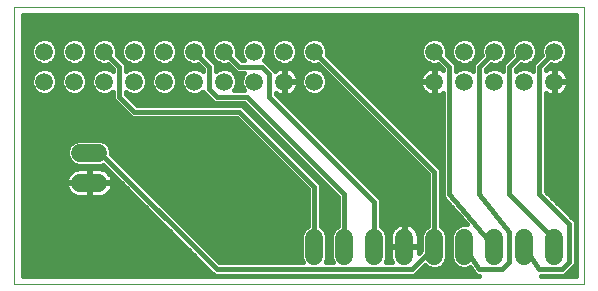
<source format=gbl>
G75*
%MOIN*%
%OFA0B0*%
%FSLAX25Y25*%
%IPPOS*%
%LPD*%
%AMOC8*
5,1,8,0,0,1.08239X$1,22.5*
%
%ADD10C,0.00000*%
%ADD11C,0.05906*%
%ADD12C,0.06000*%
%ADD13C,0.01600*%
D10*
X0010770Y0002000D02*
X0010770Y0094500D01*
X0200770Y0094500D01*
X0200770Y0002000D01*
X0010770Y0002000D01*
D11*
X0020770Y0069500D03*
X0030770Y0069500D03*
X0040770Y0069500D03*
X0050770Y0069500D03*
X0060770Y0069500D03*
X0070770Y0069500D03*
X0080770Y0069500D03*
X0090770Y0069500D03*
X0100770Y0069500D03*
X0110770Y0069500D03*
X0110770Y0079500D03*
X0100770Y0079500D03*
X0090770Y0079500D03*
X0080770Y0079500D03*
X0070770Y0079500D03*
X0060770Y0079500D03*
X0050770Y0079500D03*
X0040770Y0079500D03*
X0030770Y0079500D03*
X0020770Y0079500D03*
X0150770Y0079500D03*
X0160770Y0079500D03*
X0170770Y0079500D03*
X0180770Y0079500D03*
X0190770Y0079500D03*
X0190770Y0069500D03*
X0180770Y0069500D03*
X0170770Y0069500D03*
X0160770Y0069500D03*
X0150770Y0069500D03*
D12*
X0038770Y0045750D02*
X0032770Y0045750D01*
X0032770Y0035750D02*
X0038770Y0035750D01*
X0110770Y0017500D02*
X0110770Y0011500D01*
X0120770Y0011500D02*
X0120770Y0017500D01*
X0130770Y0017500D02*
X0130770Y0011500D01*
X0140770Y0011500D02*
X0140770Y0017500D01*
X0150770Y0017500D02*
X0150770Y0011500D01*
X0160770Y0011500D02*
X0160770Y0017500D01*
X0170770Y0017500D02*
X0170770Y0011500D01*
X0180770Y0011500D02*
X0180770Y0017500D01*
X0190770Y0017500D02*
X0190770Y0011500D01*
D13*
X0190770Y0014500D02*
X0190770Y0017000D01*
X0175770Y0032000D01*
X0175770Y0074500D01*
X0180770Y0079500D01*
X0176527Y0078369D02*
X0174859Y0076700D01*
X0173570Y0075411D01*
X0173570Y0072856D01*
X0173236Y0073190D01*
X0171636Y0073853D01*
X0169904Y0073853D01*
X0168304Y0073190D01*
X0167970Y0072856D01*
X0167970Y0073589D01*
X0169639Y0075257D01*
X0169904Y0075147D01*
X0171636Y0075147D01*
X0173236Y0075810D01*
X0174460Y0077034D01*
X0175123Y0078634D01*
X0175123Y0080366D01*
X0174460Y0081966D01*
X0173236Y0083190D01*
X0171636Y0083853D01*
X0169904Y0083853D01*
X0168304Y0083190D01*
X0167080Y0081966D01*
X0166417Y0080366D01*
X0166417Y0078634D01*
X0166527Y0078369D01*
X0164859Y0076700D01*
X0163570Y0075411D01*
X0163570Y0072856D01*
X0163236Y0073190D01*
X0161636Y0073853D01*
X0159904Y0073853D01*
X0158304Y0073190D01*
X0157970Y0072856D01*
X0157970Y0075411D01*
X0156681Y0076700D01*
X0155013Y0078369D01*
X0155123Y0078634D01*
X0155123Y0080366D01*
X0154460Y0081966D01*
X0153236Y0083190D01*
X0151636Y0083853D01*
X0149904Y0083853D01*
X0148304Y0083190D01*
X0147080Y0081966D01*
X0146417Y0080366D01*
X0146417Y0078634D01*
X0147080Y0077034D01*
X0148304Y0075810D01*
X0149904Y0075147D01*
X0151636Y0075147D01*
X0151902Y0075257D01*
X0153570Y0073589D01*
X0153570Y0073340D01*
X0153261Y0073565D01*
X0152595Y0073905D01*
X0151883Y0074136D01*
X0151144Y0074253D01*
X0150954Y0074253D01*
X0150954Y0069684D01*
X0150586Y0069684D01*
X0150586Y0069316D01*
X0146017Y0069316D01*
X0146017Y0069126D01*
X0146134Y0068387D01*
X0146366Y0067676D01*
X0146705Y0067009D01*
X0147145Y0066404D01*
X0147674Y0065875D01*
X0148279Y0065435D01*
X0148946Y0065095D01*
X0149657Y0064864D01*
X0150396Y0064747D01*
X0150586Y0064747D01*
X0150586Y0069316D01*
X0150954Y0069316D01*
X0150954Y0064747D01*
X0151144Y0064747D01*
X0151883Y0064864D01*
X0152595Y0065095D01*
X0153261Y0065435D01*
X0153570Y0065660D01*
X0153570Y0032085D01*
X0153507Y0031260D01*
X0153570Y0031186D01*
X0153570Y0031089D01*
X0154155Y0030504D01*
X0161530Y0021900D01*
X0159895Y0021900D01*
X0158278Y0021230D01*
X0157040Y0019992D01*
X0156370Y0018375D01*
X0156370Y0010625D01*
X0157040Y0009008D01*
X0158278Y0007770D01*
X0159895Y0007100D01*
X0161645Y0007100D01*
X0162753Y0007559D01*
X0163570Y0006334D01*
X0163570Y0006089D01*
X0164060Y0005598D01*
X0164445Y0005021D01*
X0164685Y0004973D01*
X0164859Y0004800D01*
X0165552Y0004800D01*
X0165552Y0004800D01*
X0013570Y0004800D01*
X0013570Y0091700D01*
X0197970Y0091700D01*
X0197970Y0004800D01*
X0186436Y0004800D01*
X0186436Y0004800D01*
X0194181Y0004800D01*
X0195470Y0006089D01*
X0197970Y0008589D01*
X0197970Y0022911D01*
X0196681Y0024200D01*
X0187970Y0032911D01*
X0187970Y0065660D01*
X0188279Y0065435D01*
X0188946Y0065095D01*
X0189657Y0064864D01*
X0190396Y0064747D01*
X0190586Y0064747D01*
X0190586Y0069316D01*
X0190954Y0069316D01*
X0190954Y0064747D01*
X0191144Y0064747D01*
X0191883Y0064864D01*
X0192595Y0065095D01*
X0193261Y0065435D01*
X0193866Y0065875D01*
X0194395Y0066404D01*
X0194835Y0067009D01*
X0195175Y0067676D01*
X0195406Y0068387D01*
X0195523Y0069126D01*
X0195523Y0069316D01*
X0190954Y0069316D01*
X0190954Y0069684D01*
X0190586Y0069684D01*
X0190586Y0074253D01*
X0190396Y0074253D01*
X0189657Y0074136D01*
X0188946Y0073905D01*
X0188279Y0073565D01*
X0187970Y0073340D01*
X0187970Y0073589D01*
X0189639Y0075257D01*
X0189904Y0075147D01*
X0191636Y0075147D01*
X0193236Y0075810D01*
X0194460Y0077034D01*
X0195123Y0078634D01*
X0195123Y0080366D01*
X0194460Y0081966D01*
X0193236Y0083190D01*
X0191636Y0083853D01*
X0189904Y0083853D01*
X0188304Y0083190D01*
X0187080Y0081966D01*
X0186417Y0080366D01*
X0186417Y0078634D01*
X0186527Y0078369D01*
X0184859Y0076700D01*
X0183570Y0075411D01*
X0183570Y0072856D01*
X0183236Y0073190D01*
X0181636Y0073853D01*
X0179904Y0073853D01*
X0178304Y0073190D01*
X0177970Y0072856D01*
X0177970Y0073589D01*
X0179639Y0075257D01*
X0179904Y0075147D01*
X0181636Y0075147D01*
X0183236Y0075810D01*
X0184460Y0077034D01*
X0185123Y0078634D01*
X0185123Y0080366D01*
X0184460Y0081966D01*
X0183236Y0083190D01*
X0181636Y0083853D01*
X0179904Y0083853D01*
X0178304Y0083190D01*
X0177080Y0081966D01*
X0176417Y0080366D01*
X0176417Y0078634D01*
X0176527Y0078369D01*
X0176417Y0078729D02*
X0175123Y0078729D01*
X0175123Y0080327D02*
X0176417Y0080327D01*
X0177063Y0081926D02*
X0174477Y0081926D01*
X0172429Y0083524D02*
X0179111Y0083524D01*
X0182429Y0083524D02*
X0189111Y0083524D01*
X0192429Y0083524D02*
X0197970Y0083524D01*
X0197970Y0081926D02*
X0194477Y0081926D01*
X0195123Y0080327D02*
X0197970Y0080327D01*
X0197970Y0078729D02*
X0195123Y0078729D01*
X0194500Y0077130D02*
X0197970Y0077130D01*
X0197970Y0075532D02*
X0192564Y0075532D01*
X0191883Y0074136D02*
X0191144Y0074253D01*
X0190954Y0074253D01*
X0190954Y0069684D01*
X0195523Y0069684D01*
X0195523Y0069874D01*
X0195406Y0070613D01*
X0195175Y0071324D01*
X0194835Y0071991D01*
X0194395Y0072596D01*
X0193866Y0073125D01*
X0193261Y0073565D01*
X0192595Y0073905D01*
X0191883Y0074136D01*
X0192507Y0073933D02*
X0197970Y0073933D01*
X0197970Y0072334D02*
X0194585Y0072334D01*
X0195366Y0070736D02*
X0197970Y0070736D01*
X0197970Y0069137D02*
X0195523Y0069137D01*
X0195105Y0067539D02*
X0197970Y0067539D01*
X0197970Y0065940D02*
X0193932Y0065940D01*
X0190954Y0065940D02*
X0190586Y0065940D01*
X0190586Y0067539D02*
X0190954Y0067539D01*
X0190954Y0069137D02*
X0190586Y0069137D01*
X0190586Y0070736D02*
X0190954Y0070736D01*
X0190954Y0072334D02*
X0190586Y0072334D01*
X0190586Y0073933D02*
X0190954Y0073933D01*
X0189033Y0073933D02*
X0188314Y0073933D01*
X0185770Y0074500D02*
X0185770Y0032000D01*
X0195770Y0022000D01*
X0195770Y0009500D01*
X0193270Y0007000D01*
X0185770Y0007000D01*
X0180770Y0014500D01*
X0175770Y0019500D02*
X0175770Y0009500D01*
X0173270Y0007000D01*
X0165770Y0007000D01*
X0160770Y0014500D01*
X0156370Y0014788D02*
X0155170Y0014788D01*
X0155170Y0013190D02*
X0156370Y0013190D01*
X0156370Y0011591D02*
X0155170Y0011591D01*
X0155170Y0010625D02*
X0155170Y0018375D01*
X0154500Y0019992D01*
X0153262Y0021230D01*
X0152970Y0021351D01*
X0152970Y0040411D01*
X0115013Y0078369D01*
X0115123Y0078634D01*
X0115123Y0080366D01*
X0114460Y0081966D01*
X0113236Y0083190D01*
X0111636Y0083853D01*
X0109904Y0083853D01*
X0108304Y0083190D01*
X0107080Y0081966D01*
X0106417Y0080366D01*
X0106417Y0078634D01*
X0107080Y0077034D01*
X0108304Y0075810D01*
X0109904Y0075147D01*
X0111636Y0075147D01*
X0111902Y0075257D01*
X0148570Y0038589D01*
X0148570Y0021351D01*
X0148278Y0021230D01*
X0147040Y0019992D01*
X0146370Y0018375D01*
X0146370Y0013211D01*
X0145570Y0012411D01*
X0145570Y0014300D01*
X0140970Y0014300D01*
X0140970Y0014700D01*
X0140570Y0014700D01*
X0140570Y0014300D01*
X0135970Y0014300D01*
X0135970Y0011122D01*
X0136088Y0010376D01*
X0136322Y0009657D01*
X0136555Y0009200D01*
X0134580Y0009200D01*
X0135170Y0010625D01*
X0135170Y0018375D01*
X0134500Y0019992D01*
X0133262Y0021230D01*
X0132970Y0021351D01*
X0132970Y0030411D01*
X0097970Y0065411D01*
X0097970Y0065660D01*
X0098279Y0065435D01*
X0098946Y0065095D01*
X0099657Y0064864D01*
X0100396Y0064747D01*
X0100586Y0064747D01*
X0100586Y0069316D01*
X0100954Y0069316D01*
X0100954Y0064747D01*
X0101144Y0064747D01*
X0101883Y0064864D01*
X0102595Y0065095D01*
X0103261Y0065435D01*
X0103866Y0065875D01*
X0104395Y0066404D01*
X0104835Y0067009D01*
X0105175Y0067676D01*
X0105406Y0068387D01*
X0105523Y0069126D01*
X0105523Y0069316D01*
X0100954Y0069316D01*
X0100954Y0069684D01*
X0100586Y0069684D01*
X0100586Y0074253D01*
X0100396Y0074253D01*
X0099657Y0074136D01*
X0098946Y0073905D01*
X0098279Y0073565D01*
X0097722Y0073160D01*
X0095470Y0075411D01*
X0094181Y0076700D01*
X0094126Y0076700D01*
X0094460Y0077034D01*
X0095123Y0078634D01*
X0095123Y0080366D01*
X0094460Y0081966D01*
X0093236Y0083190D01*
X0091636Y0083853D01*
X0089904Y0083853D01*
X0088304Y0083190D01*
X0087080Y0081966D01*
X0086417Y0080366D01*
X0086417Y0078634D01*
X0087080Y0077034D01*
X0087414Y0076700D01*
X0086681Y0076700D01*
X0085013Y0078369D01*
X0085123Y0078634D01*
X0085123Y0080366D01*
X0084460Y0081966D01*
X0083236Y0083190D01*
X0081636Y0083853D01*
X0079904Y0083853D01*
X0078304Y0083190D01*
X0077080Y0081966D01*
X0076417Y0080366D01*
X0076417Y0078634D01*
X0077080Y0077034D01*
X0078304Y0075810D01*
X0079904Y0075147D01*
X0081636Y0075147D01*
X0081902Y0075257D01*
X0084859Y0072300D01*
X0087414Y0072300D01*
X0087080Y0071966D01*
X0086417Y0070366D01*
X0086417Y0068634D01*
X0087080Y0067034D01*
X0087414Y0066700D01*
X0084126Y0066700D01*
X0084460Y0067034D01*
X0085123Y0068634D01*
X0085123Y0070366D01*
X0084460Y0071966D01*
X0083236Y0073190D01*
X0081636Y0073853D01*
X0079904Y0073853D01*
X0078304Y0073190D01*
X0077970Y0072856D01*
X0077970Y0075411D01*
X0075013Y0078369D01*
X0075123Y0078634D01*
X0075123Y0080366D01*
X0074460Y0081966D01*
X0073236Y0083190D01*
X0071636Y0083853D01*
X0069904Y0083853D01*
X0068304Y0083190D01*
X0067080Y0081966D01*
X0066417Y0080366D01*
X0066417Y0078634D01*
X0067080Y0077034D01*
X0068304Y0075810D01*
X0069904Y0075147D01*
X0071636Y0075147D01*
X0071902Y0075257D01*
X0073570Y0073589D01*
X0073570Y0072856D01*
X0073236Y0073190D01*
X0071636Y0073853D01*
X0069904Y0073853D01*
X0068304Y0073190D01*
X0067080Y0071966D01*
X0066417Y0070366D01*
X0066417Y0068634D01*
X0067080Y0067034D01*
X0068304Y0065810D01*
X0069904Y0065147D01*
X0071636Y0065147D01*
X0073236Y0065810D01*
X0073570Y0066144D01*
X0073570Y0066089D01*
X0074859Y0064800D01*
X0077359Y0062300D01*
X0087359Y0062300D01*
X0118570Y0031089D01*
X0118570Y0021351D01*
X0118278Y0021230D01*
X0117040Y0019992D01*
X0116370Y0018375D01*
X0116370Y0010625D01*
X0116960Y0009200D01*
X0114580Y0009200D01*
X0115170Y0010625D01*
X0115170Y0018375D01*
X0114500Y0019992D01*
X0113262Y0021230D01*
X0112970Y0021351D01*
X0112970Y0035411D01*
X0087970Y0060411D01*
X0086681Y0061700D01*
X0051681Y0061700D01*
X0047970Y0065411D01*
X0047970Y0066144D01*
X0048304Y0065810D01*
X0049904Y0065147D01*
X0051636Y0065147D01*
X0053236Y0065810D01*
X0054460Y0067034D01*
X0055123Y0068634D01*
X0055123Y0070366D01*
X0054460Y0071966D01*
X0053236Y0073190D01*
X0051636Y0073853D01*
X0049904Y0073853D01*
X0048304Y0073190D01*
X0047970Y0072856D01*
X0047970Y0075411D01*
X0045013Y0078369D01*
X0045123Y0078634D01*
X0045123Y0080366D01*
X0044460Y0081966D01*
X0043236Y0083190D01*
X0041636Y0083853D01*
X0039904Y0083853D01*
X0038304Y0083190D01*
X0037080Y0081966D01*
X0036417Y0080366D01*
X0036417Y0078634D01*
X0037080Y0077034D01*
X0038304Y0075810D01*
X0039904Y0075147D01*
X0041636Y0075147D01*
X0041902Y0075257D01*
X0043570Y0073589D01*
X0043570Y0072856D01*
X0043236Y0073190D01*
X0041636Y0073853D01*
X0039904Y0073853D01*
X0038304Y0073190D01*
X0037080Y0071966D01*
X0036417Y0070366D01*
X0036417Y0068634D01*
X0037080Y0067034D01*
X0038304Y0065810D01*
X0039904Y0065147D01*
X0041636Y0065147D01*
X0043236Y0065810D01*
X0043570Y0066144D01*
X0043570Y0063589D01*
X0049859Y0057300D01*
X0084859Y0057300D01*
X0108570Y0033589D01*
X0108570Y0021351D01*
X0108278Y0021230D01*
X0107040Y0019992D01*
X0106370Y0018375D01*
X0106370Y0010625D01*
X0106960Y0009200D01*
X0079181Y0009200D01*
X0043170Y0045211D01*
X0043170Y0046625D01*
X0042500Y0048242D01*
X0041262Y0049480D01*
X0039645Y0050150D01*
X0031895Y0050150D01*
X0030278Y0049480D01*
X0029040Y0048242D01*
X0028370Y0046625D01*
X0028370Y0044875D01*
X0029040Y0043258D01*
X0030278Y0042020D01*
X0031895Y0041350D01*
X0039645Y0041350D01*
X0040468Y0041691D01*
X0077359Y0004800D01*
X0144181Y0004800D01*
X0145470Y0006089D01*
X0147714Y0008333D01*
X0148278Y0007770D01*
X0149895Y0007100D01*
X0151645Y0007100D01*
X0153262Y0007770D01*
X0154500Y0009008D01*
X0155170Y0010625D01*
X0154908Y0009993D02*
X0156632Y0009993D01*
X0157653Y0008394D02*
X0153887Y0008394D01*
X0146177Y0006796D02*
X0163262Y0006796D01*
X0164328Y0005197D02*
X0144578Y0005197D01*
X0143270Y0007000D02*
X0078270Y0007000D01*
X0040770Y0044500D01*
X0037020Y0044500D01*
X0035770Y0045750D01*
X0029154Y0048357D02*
X0013570Y0048357D01*
X0013570Y0049955D02*
X0031425Y0049955D01*
X0028425Y0046758D02*
X0013570Y0046758D01*
X0013570Y0045160D02*
X0028370Y0045160D01*
X0028914Y0043561D02*
X0013570Y0043561D01*
X0013570Y0041963D02*
X0030415Y0041963D01*
X0030928Y0040198D02*
X0030254Y0039855D01*
X0029643Y0039411D01*
X0029109Y0038877D01*
X0028665Y0038266D01*
X0028322Y0037593D01*
X0028088Y0036874D01*
X0027970Y0036128D01*
X0027970Y0035950D01*
X0035570Y0035950D01*
X0035570Y0035550D01*
X0027970Y0035550D01*
X0027970Y0035372D01*
X0028088Y0034626D01*
X0028322Y0033907D01*
X0028665Y0033234D01*
X0029109Y0032623D01*
X0029643Y0032089D01*
X0030254Y0031645D01*
X0030928Y0031302D01*
X0031646Y0031068D01*
X0032392Y0030950D01*
X0035570Y0030950D01*
X0035570Y0035550D01*
X0035970Y0035550D01*
X0035970Y0030950D01*
X0039148Y0030950D01*
X0039894Y0031068D01*
X0040613Y0031302D01*
X0041286Y0031645D01*
X0041897Y0032089D01*
X0042431Y0032623D01*
X0042875Y0033234D01*
X0043218Y0033907D01*
X0043452Y0034626D01*
X0043570Y0035372D01*
X0043570Y0035550D01*
X0035970Y0035550D01*
X0035970Y0035950D01*
X0035570Y0035950D01*
X0035570Y0040550D01*
X0032392Y0040550D01*
X0031646Y0040432D01*
X0030928Y0040198D01*
X0031438Y0040364D02*
X0013570Y0040364D01*
X0013570Y0038766D02*
X0029028Y0038766D01*
X0028184Y0037167D02*
X0013570Y0037167D01*
X0013570Y0035569D02*
X0035570Y0035569D01*
X0035970Y0035569D02*
X0046590Y0035569D01*
X0044992Y0037167D02*
X0043357Y0037167D01*
X0043452Y0036874D02*
X0043218Y0037593D01*
X0042875Y0038266D01*
X0042431Y0038877D01*
X0041897Y0039411D01*
X0041286Y0039855D01*
X0040613Y0040198D01*
X0039894Y0040432D01*
X0039148Y0040550D01*
X0035970Y0040550D01*
X0035970Y0035950D01*
X0043570Y0035950D01*
X0043570Y0036128D01*
X0043452Y0036874D01*
X0043393Y0038766D02*
X0042512Y0038766D01*
X0041795Y0040364D02*
X0040102Y0040364D01*
X0035970Y0040364D02*
X0035570Y0040364D01*
X0035570Y0038766D02*
X0035970Y0038766D01*
X0035970Y0037167D02*
X0035570Y0037167D01*
X0035570Y0033970D02*
X0035970Y0033970D01*
X0035970Y0032372D02*
X0035570Y0032372D01*
X0029360Y0032372D02*
X0013570Y0032372D01*
X0013570Y0030773D02*
X0051386Y0030773D01*
X0049787Y0032372D02*
X0042180Y0032372D01*
X0043239Y0033970D02*
X0048189Y0033970D01*
X0052813Y0035569D02*
X0106590Y0035569D01*
X0104992Y0037167D02*
X0051214Y0037167D01*
X0049616Y0038766D02*
X0103393Y0038766D01*
X0101795Y0040364D02*
X0048017Y0040364D01*
X0046419Y0041963D02*
X0100196Y0041963D01*
X0098598Y0043561D02*
X0044820Y0043561D01*
X0043222Y0045160D02*
X0096999Y0045160D01*
X0095400Y0046758D02*
X0043115Y0046758D01*
X0042386Y0048357D02*
X0093802Y0048357D01*
X0092203Y0049955D02*
X0040115Y0049955D01*
X0049211Y0057948D02*
X0013570Y0057948D01*
X0013570Y0056349D02*
X0085809Y0056349D01*
X0087408Y0054751D02*
X0013570Y0054751D01*
X0013570Y0053152D02*
X0089006Y0053152D01*
X0090605Y0051554D02*
X0013570Y0051554D01*
X0013570Y0059546D02*
X0047612Y0059546D01*
X0046014Y0061145D02*
X0013570Y0061145D01*
X0013570Y0062743D02*
X0044415Y0062743D01*
X0043570Y0064342D02*
X0013570Y0064342D01*
X0013570Y0065940D02*
X0018174Y0065940D01*
X0018304Y0065810D02*
X0019904Y0065147D01*
X0021636Y0065147D01*
X0023236Y0065810D01*
X0024460Y0067034D01*
X0025123Y0068634D01*
X0025123Y0070366D01*
X0024460Y0071966D01*
X0023236Y0073190D01*
X0021636Y0073853D01*
X0019904Y0073853D01*
X0018304Y0073190D01*
X0017080Y0071966D01*
X0016417Y0070366D01*
X0016417Y0068634D01*
X0017080Y0067034D01*
X0018304Y0065810D01*
X0016871Y0067539D02*
X0013570Y0067539D01*
X0013570Y0069137D02*
X0016417Y0069137D01*
X0016571Y0070736D02*
X0013570Y0070736D01*
X0013570Y0072334D02*
X0017449Y0072334D01*
X0013570Y0073933D02*
X0043226Y0073933D01*
X0045770Y0074500D02*
X0040770Y0079500D01*
X0036417Y0078729D02*
X0035123Y0078729D01*
X0035123Y0078634D02*
X0034460Y0077034D01*
X0033236Y0075810D01*
X0031636Y0075147D01*
X0029904Y0075147D01*
X0028304Y0075810D01*
X0027080Y0077034D01*
X0026417Y0078634D01*
X0026417Y0080366D01*
X0027080Y0081966D01*
X0028304Y0083190D01*
X0029904Y0083853D01*
X0031636Y0083853D01*
X0033236Y0083190D01*
X0034460Y0081966D01*
X0035123Y0080366D01*
X0035123Y0078634D01*
X0034500Y0077130D02*
X0037040Y0077130D01*
X0038977Y0075532D02*
X0032564Y0075532D01*
X0031636Y0073853D02*
X0029904Y0073853D01*
X0028304Y0073190D01*
X0027080Y0071966D01*
X0026417Y0070366D01*
X0026417Y0068634D01*
X0027080Y0067034D01*
X0028304Y0065810D01*
X0029904Y0065147D01*
X0031636Y0065147D01*
X0033236Y0065810D01*
X0034460Y0067034D01*
X0035123Y0068634D01*
X0035123Y0070366D01*
X0034460Y0071966D01*
X0033236Y0073190D01*
X0031636Y0073853D01*
X0034091Y0072334D02*
X0037449Y0072334D01*
X0036571Y0070736D02*
X0034970Y0070736D01*
X0035123Y0069137D02*
X0036417Y0069137D01*
X0036871Y0067539D02*
X0034669Y0067539D01*
X0033366Y0065940D02*
X0038174Y0065940D01*
X0043366Y0065940D02*
X0043570Y0065940D01*
X0045770Y0064500D02*
X0045770Y0074500D01*
X0047970Y0073933D02*
X0073226Y0073933D01*
X0075770Y0074500D02*
X0070770Y0079500D01*
X0066417Y0078729D02*
X0065123Y0078729D01*
X0065123Y0078634D02*
X0064460Y0077034D01*
X0063236Y0075810D01*
X0061636Y0075147D01*
X0059904Y0075147D01*
X0058304Y0075810D01*
X0057080Y0077034D01*
X0056417Y0078634D01*
X0056417Y0080366D01*
X0057080Y0081966D01*
X0058304Y0083190D01*
X0059904Y0083853D01*
X0061636Y0083853D01*
X0063236Y0083190D01*
X0064460Y0081966D01*
X0065123Y0080366D01*
X0065123Y0078634D01*
X0064500Y0077130D02*
X0067040Y0077130D01*
X0068977Y0075532D02*
X0062564Y0075532D01*
X0061636Y0073853D02*
X0059904Y0073853D01*
X0058304Y0073190D01*
X0057080Y0071966D01*
X0056417Y0070366D01*
X0056417Y0068634D01*
X0057080Y0067034D01*
X0058304Y0065810D01*
X0059904Y0065147D01*
X0061636Y0065147D01*
X0063236Y0065810D01*
X0064460Y0067034D01*
X0065123Y0068634D01*
X0065123Y0070366D01*
X0064460Y0071966D01*
X0063236Y0073190D01*
X0061636Y0073853D01*
X0064091Y0072334D02*
X0067449Y0072334D01*
X0066571Y0070736D02*
X0064970Y0070736D01*
X0065123Y0069137D02*
X0066417Y0069137D01*
X0066871Y0067539D02*
X0064669Y0067539D01*
X0063366Y0065940D02*
X0068174Y0065940D01*
X0073366Y0065940D02*
X0073718Y0065940D01*
X0075770Y0067000D02*
X0075770Y0074500D01*
X0077970Y0073933D02*
X0083226Y0073933D01*
X0085770Y0074500D02*
X0080770Y0079500D01*
X0076417Y0078729D02*
X0075123Y0078729D01*
X0075123Y0080327D02*
X0076417Y0080327D01*
X0077063Y0081926D02*
X0074477Y0081926D01*
X0072429Y0083524D02*
X0079111Y0083524D01*
X0082429Y0083524D02*
X0089111Y0083524D01*
X0092429Y0083524D02*
X0099111Y0083524D01*
X0099904Y0083853D02*
X0098304Y0083190D01*
X0097080Y0081966D01*
X0096417Y0080366D01*
X0096417Y0078634D01*
X0097080Y0077034D01*
X0098304Y0075810D01*
X0099904Y0075147D01*
X0101636Y0075147D01*
X0103236Y0075810D01*
X0104460Y0077034D01*
X0105123Y0078634D01*
X0105123Y0080366D01*
X0104460Y0081966D01*
X0103236Y0083190D01*
X0101636Y0083853D01*
X0099904Y0083853D01*
X0102429Y0083524D02*
X0109111Y0083524D01*
X0107063Y0081926D02*
X0104477Y0081926D01*
X0105123Y0080327D02*
X0106417Y0080327D01*
X0106417Y0078729D02*
X0105123Y0078729D01*
X0104500Y0077130D02*
X0107040Y0077130D01*
X0108977Y0075532D02*
X0102564Y0075532D01*
X0101883Y0074136D02*
X0101144Y0074253D01*
X0100954Y0074253D01*
X0100954Y0069684D01*
X0105523Y0069684D01*
X0105523Y0069874D01*
X0105406Y0070613D01*
X0105175Y0071324D01*
X0104835Y0071991D01*
X0104395Y0072596D01*
X0103866Y0073125D01*
X0103261Y0073565D01*
X0102595Y0073905D01*
X0101883Y0074136D01*
X0102507Y0073933D02*
X0113226Y0073933D01*
X0113236Y0073190D02*
X0111636Y0073853D01*
X0109904Y0073853D01*
X0108304Y0073190D01*
X0107080Y0071966D01*
X0106417Y0070366D01*
X0106417Y0068634D01*
X0107080Y0067034D01*
X0108304Y0065810D01*
X0109904Y0065147D01*
X0111636Y0065147D01*
X0113236Y0065810D01*
X0114460Y0067034D01*
X0115123Y0068634D01*
X0115123Y0070366D01*
X0114460Y0071966D01*
X0113236Y0073190D01*
X0114091Y0072334D02*
X0114824Y0072334D01*
X0114970Y0070736D02*
X0116423Y0070736D01*
X0115123Y0069137D02*
X0118021Y0069137D01*
X0119620Y0067539D02*
X0114669Y0067539D01*
X0113366Y0065940D02*
X0121218Y0065940D01*
X0122817Y0064342D02*
X0099039Y0064342D01*
X0095770Y0064500D02*
X0095770Y0072000D01*
X0093270Y0074500D01*
X0085770Y0074500D01*
X0086251Y0077130D02*
X0087040Y0077130D01*
X0086417Y0078729D02*
X0085123Y0078729D01*
X0085123Y0080327D02*
X0086417Y0080327D01*
X0087063Y0081926D02*
X0084477Y0081926D01*
X0077040Y0077130D02*
X0076251Y0077130D01*
X0077850Y0075532D02*
X0078977Y0075532D01*
X0084091Y0072334D02*
X0084824Y0072334D01*
X0084970Y0070736D02*
X0086571Y0070736D01*
X0086417Y0069137D02*
X0085123Y0069137D01*
X0084669Y0067539D02*
X0086871Y0067539D01*
X0088270Y0064500D02*
X0078270Y0064500D01*
X0075770Y0067000D01*
X0075317Y0064342D02*
X0049039Y0064342D01*
X0048174Y0065940D02*
X0047970Y0065940D01*
X0045770Y0064500D02*
X0050770Y0059500D01*
X0085770Y0059500D01*
X0110770Y0034500D01*
X0110770Y0014500D01*
X0106370Y0014788D02*
X0073593Y0014788D01*
X0071995Y0016387D02*
X0106370Y0016387D01*
X0106370Y0017985D02*
X0070396Y0017985D01*
X0068798Y0019584D02*
X0106871Y0019584D01*
X0108230Y0021182D02*
X0067199Y0021182D01*
X0065601Y0022781D02*
X0108570Y0022781D01*
X0108570Y0024379D02*
X0064002Y0024379D01*
X0062404Y0025978D02*
X0108570Y0025978D01*
X0108570Y0027576D02*
X0060805Y0027576D01*
X0059207Y0029175D02*
X0108570Y0029175D01*
X0108570Y0030773D02*
X0057608Y0030773D01*
X0056010Y0032372D02*
X0108570Y0032372D01*
X0108189Y0033970D02*
X0054411Y0033970D01*
X0052984Y0029175D02*
X0013570Y0029175D01*
X0013570Y0027576D02*
X0054583Y0027576D01*
X0056181Y0025978D02*
X0013570Y0025978D01*
X0013570Y0024379D02*
X0057780Y0024379D01*
X0059378Y0022781D02*
X0013570Y0022781D01*
X0013570Y0021182D02*
X0060977Y0021182D01*
X0062575Y0019584D02*
X0013570Y0019584D01*
X0013570Y0017985D02*
X0064174Y0017985D01*
X0065772Y0016387D02*
X0013570Y0016387D01*
X0013570Y0014788D02*
X0067371Y0014788D01*
X0068969Y0013190D02*
X0013570Y0013190D01*
X0013570Y0011591D02*
X0070568Y0011591D01*
X0072166Y0009993D02*
X0013570Y0009993D01*
X0013570Y0008394D02*
X0073765Y0008394D01*
X0075363Y0006796D02*
X0013570Y0006796D01*
X0013570Y0005197D02*
X0076962Y0005197D01*
X0078389Y0009993D02*
X0106632Y0009993D01*
X0106370Y0011591D02*
X0076790Y0011591D01*
X0075192Y0013190D02*
X0106370Y0013190D01*
X0115170Y0013190D02*
X0116370Y0013190D01*
X0116370Y0011591D02*
X0115170Y0011591D01*
X0114908Y0009993D02*
X0116632Y0009993D01*
X0116370Y0014788D02*
X0115170Y0014788D01*
X0115170Y0016387D02*
X0116370Y0016387D01*
X0116370Y0017985D02*
X0115170Y0017985D01*
X0114670Y0019584D02*
X0116871Y0019584D01*
X0118230Y0021182D02*
X0113310Y0021182D01*
X0112970Y0022781D02*
X0118570Y0022781D01*
X0118570Y0024379D02*
X0112970Y0024379D01*
X0112970Y0025978D02*
X0118570Y0025978D01*
X0118570Y0027576D02*
X0112970Y0027576D01*
X0112970Y0029175D02*
X0118570Y0029175D01*
X0118570Y0030773D02*
X0112970Y0030773D01*
X0112970Y0032372D02*
X0117287Y0032372D01*
X0115689Y0033970D02*
X0112970Y0033970D01*
X0112813Y0035569D02*
X0114090Y0035569D01*
X0112492Y0037167D02*
X0111214Y0037167D01*
X0110893Y0038766D02*
X0109616Y0038766D01*
X0109295Y0040364D02*
X0108017Y0040364D01*
X0107696Y0041963D02*
X0106419Y0041963D01*
X0106098Y0043561D02*
X0104820Y0043561D01*
X0104499Y0045160D02*
X0103222Y0045160D01*
X0102900Y0046758D02*
X0101623Y0046758D01*
X0101302Y0048357D02*
X0100025Y0048357D01*
X0099703Y0049955D02*
X0098426Y0049955D01*
X0098105Y0051554D02*
X0096827Y0051554D01*
X0096506Y0053152D02*
X0095229Y0053152D01*
X0094908Y0054751D02*
X0093630Y0054751D01*
X0093309Y0056349D02*
X0092032Y0056349D01*
X0091711Y0057948D02*
X0090433Y0057948D01*
X0090112Y0059546D02*
X0088835Y0059546D01*
X0088514Y0061145D02*
X0087236Y0061145D01*
X0088270Y0064500D02*
X0120770Y0032000D01*
X0120770Y0014500D01*
X0130770Y0014500D02*
X0130770Y0029500D01*
X0095770Y0064500D01*
X0100586Y0065940D02*
X0100954Y0065940D01*
X0100954Y0067539D02*
X0100586Y0067539D01*
X0100586Y0069137D02*
X0100954Y0069137D01*
X0100954Y0070736D02*
X0100586Y0070736D01*
X0100586Y0072334D02*
X0100954Y0072334D01*
X0100954Y0073933D02*
X0100586Y0073933D01*
X0099033Y0073933D02*
X0096948Y0073933D01*
X0095350Y0075532D02*
X0098977Y0075532D01*
X0097040Y0077130D02*
X0094500Y0077130D01*
X0095123Y0078729D02*
X0096417Y0078729D01*
X0096417Y0080327D02*
X0095123Y0080327D01*
X0094477Y0081926D02*
X0097063Y0081926D01*
X0110770Y0079500D02*
X0150770Y0039500D01*
X0150770Y0014500D01*
X0143270Y0007000D01*
X0136213Y0009993D02*
X0134908Y0009993D01*
X0135170Y0011591D02*
X0135970Y0011591D01*
X0135970Y0013190D02*
X0135170Y0013190D01*
X0135170Y0014788D02*
X0135970Y0014788D01*
X0135970Y0014700D02*
X0140570Y0014700D01*
X0140570Y0022300D01*
X0140392Y0022300D01*
X0139646Y0022182D01*
X0138928Y0021948D01*
X0138254Y0021605D01*
X0137643Y0021161D01*
X0137109Y0020627D01*
X0136665Y0020016D01*
X0136322Y0019343D01*
X0136088Y0018624D01*
X0135970Y0017878D01*
X0135970Y0014700D01*
X0135970Y0016387D02*
X0135170Y0016387D01*
X0135170Y0017985D02*
X0135987Y0017985D01*
X0136445Y0019584D02*
X0134670Y0019584D01*
X0133310Y0021182D02*
X0137672Y0021182D01*
X0140570Y0021182D02*
X0140970Y0021182D01*
X0140970Y0022300D02*
X0140970Y0014700D01*
X0145570Y0014700D01*
X0145570Y0017878D01*
X0145452Y0018624D01*
X0145218Y0019343D01*
X0144875Y0020016D01*
X0144431Y0020627D01*
X0143897Y0021161D01*
X0143286Y0021605D01*
X0142613Y0021948D01*
X0141894Y0022182D01*
X0141148Y0022300D01*
X0140970Y0022300D01*
X0143868Y0021182D02*
X0148230Y0021182D01*
X0148570Y0022781D02*
X0132970Y0022781D01*
X0132970Y0024379D02*
X0148570Y0024379D01*
X0148570Y0025978D02*
X0132970Y0025978D01*
X0132970Y0027576D02*
X0148570Y0027576D01*
X0148570Y0029175D02*
X0132970Y0029175D01*
X0132608Y0030773D02*
X0148570Y0030773D01*
X0148570Y0032372D02*
X0131010Y0032372D01*
X0129411Y0033970D02*
X0148570Y0033970D01*
X0148570Y0035569D02*
X0127813Y0035569D01*
X0126214Y0037167D02*
X0148570Y0037167D01*
X0148393Y0038766D02*
X0124616Y0038766D01*
X0123017Y0040364D02*
X0146795Y0040364D01*
X0145196Y0041963D02*
X0121419Y0041963D01*
X0119820Y0043561D02*
X0143598Y0043561D01*
X0141999Y0045160D02*
X0118222Y0045160D01*
X0116623Y0046758D02*
X0140400Y0046758D01*
X0138802Y0048357D02*
X0115025Y0048357D01*
X0113426Y0049955D02*
X0137203Y0049955D01*
X0135605Y0051554D02*
X0111827Y0051554D01*
X0110229Y0053152D02*
X0134006Y0053152D01*
X0132408Y0054751D02*
X0108630Y0054751D01*
X0107032Y0056349D02*
X0130809Y0056349D01*
X0129211Y0057948D02*
X0105433Y0057948D01*
X0103835Y0059546D02*
X0127612Y0059546D01*
X0126014Y0061145D02*
X0102236Y0061145D01*
X0100638Y0062743D02*
X0124415Y0062743D01*
X0129039Y0064342D02*
X0153570Y0064342D01*
X0153570Y0062743D02*
X0130638Y0062743D01*
X0132236Y0061145D02*
X0153570Y0061145D01*
X0153570Y0059546D02*
X0133835Y0059546D01*
X0135433Y0057948D02*
X0153570Y0057948D01*
X0153570Y0056349D02*
X0137032Y0056349D01*
X0138630Y0054751D02*
X0153570Y0054751D01*
X0153570Y0053152D02*
X0140229Y0053152D01*
X0141827Y0051554D02*
X0153570Y0051554D01*
X0153570Y0049955D02*
X0143426Y0049955D01*
X0145025Y0048357D02*
X0153570Y0048357D01*
X0153570Y0046758D02*
X0146623Y0046758D01*
X0148222Y0045160D02*
X0153570Y0045160D01*
X0153570Y0043561D02*
X0149820Y0043561D01*
X0151419Y0041963D02*
X0153570Y0041963D01*
X0153570Y0040364D02*
X0152970Y0040364D01*
X0152970Y0038766D02*
X0153570Y0038766D01*
X0153570Y0037167D02*
X0152970Y0037167D01*
X0152970Y0035569D02*
X0153570Y0035569D01*
X0153570Y0033970D02*
X0152970Y0033970D01*
X0152970Y0032372D02*
X0153570Y0032372D01*
X0153886Y0030773D02*
X0152970Y0030773D01*
X0155770Y0032000D02*
X0170770Y0014500D01*
X0175770Y0019500D02*
X0165770Y0032000D01*
X0165770Y0074500D01*
X0170770Y0079500D01*
X0166417Y0078729D02*
X0165123Y0078729D01*
X0165123Y0078634D02*
X0164460Y0077034D01*
X0163236Y0075810D01*
X0161636Y0075147D01*
X0159904Y0075147D01*
X0158304Y0075810D01*
X0157080Y0077034D01*
X0156417Y0078634D01*
X0156417Y0080366D01*
X0157080Y0081966D01*
X0158304Y0083190D01*
X0159904Y0083853D01*
X0161636Y0083853D01*
X0163236Y0083190D01*
X0164460Y0081966D01*
X0165123Y0080366D01*
X0165123Y0078634D01*
X0165289Y0077130D02*
X0164500Y0077130D01*
X0163690Y0075532D02*
X0162564Y0075532D01*
X0158977Y0075532D02*
X0157850Y0075532D01*
X0157040Y0077130D02*
X0156251Y0077130D01*
X0156417Y0078729D02*
X0155123Y0078729D01*
X0155123Y0080327D02*
X0156417Y0080327D01*
X0157063Y0081926D02*
X0154477Y0081926D01*
X0152429Y0083524D02*
X0159111Y0083524D01*
X0162429Y0083524D02*
X0169111Y0083524D01*
X0167063Y0081926D02*
X0164477Y0081926D01*
X0165123Y0080327D02*
X0166417Y0080327D01*
X0174500Y0077130D02*
X0175289Y0077130D01*
X0173690Y0075532D02*
X0172564Y0075532D01*
X0173570Y0073933D02*
X0168314Y0073933D01*
X0163570Y0073933D02*
X0157970Y0073933D01*
X0155770Y0074500D02*
X0155770Y0032000D01*
X0155294Y0029175D02*
X0152970Y0029175D01*
X0152970Y0027576D02*
X0156664Y0027576D01*
X0158034Y0025978D02*
X0152970Y0025978D01*
X0152970Y0024379D02*
X0159405Y0024379D01*
X0160775Y0022781D02*
X0152970Y0022781D01*
X0153310Y0021182D02*
X0158230Y0021182D01*
X0156871Y0019584D02*
X0154670Y0019584D01*
X0155170Y0017985D02*
X0156370Y0017985D01*
X0156370Y0016387D02*
X0155170Y0016387D01*
X0146370Y0016387D02*
X0145570Y0016387D01*
X0145553Y0017985D02*
X0146370Y0017985D01*
X0146871Y0019584D02*
X0145096Y0019584D01*
X0140970Y0019584D02*
X0140570Y0019584D01*
X0140570Y0017985D02*
X0140970Y0017985D01*
X0140970Y0016387D02*
X0140570Y0016387D01*
X0140570Y0014788D02*
X0140970Y0014788D01*
X0145570Y0014788D02*
X0146370Y0014788D01*
X0146348Y0013190D02*
X0145570Y0013190D01*
X0188510Y0032372D02*
X0197970Y0032372D01*
X0197970Y0030773D02*
X0190108Y0030773D01*
X0191707Y0029175D02*
X0197970Y0029175D01*
X0197970Y0027576D02*
X0193305Y0027576D01*
X0194904Y0025978D02*
X0197970Y0025978D01*
X0197970Y0024379D02*
X0196502Y0024379D01*
X0196681Y0024200D02*
X0196681Y0024200D01*
X0197970Y0022781D02*
X0197970Y0022781D01*
X0197970Y0021182D02*
X0197970Y0021182D01*
X0197970Y0019584D02*
X0197970Y0019584D01*
X0197970Y0017985D02*
X0197970Y0017985D01*
X0197970Y0016387D02*
X0197970Y0016387D01*
X0197970Y0014788D02*
X0197970Y0014788D01*
X0197970Y0013190D02*
X0197970Y0013190D01*
X0197970Y0011591D02*
X0197970Y0011591D01*
X0197970Y0009993D02*
X0197970Y0009993D01*
X0197970Y0008394D02*
X0197775Y0008394D01*
X0197970Y0006796D02*
X0196177Y0006796D01*
X0195470Y0006089D02*
X0195470Y0006089D01*
X0194578Y0005197D02*
X0197970Y0005197D01*
X0197970Y0033970D02*
X0187970Y0033970D01*
X0187970Y0035569D02*
X0197970Y0035569D01*
X0197970Y0037167D02*
X0187970Y0037167D01*
X0187970Y0038766D02*
X0197970Y0038766D01*
X0197970Y0040364D02*
X0187970Y0040364D01*
X0187970Y0041963D02*
X0197970Y0041963D01*
X0197970Y0043561D02*
X0187970Y0043561D01*
X0187970Y0045160D02*
X0197970Y0045160D01*
X0197970Y0046758D02*
X0187970Y0046758D01*
X0187970Y0048357D02*
X0197970Y0048357D01*
X0197970Y0049955D02*
X0187970Y0049955D01*
X0187970Y0051554D02*
X0197970Y0051554D01*
X0197970Y0053152D02*
X0187970Y0053152D01*
X0187970Y0054751D02*
X0197970Y0054751D01*
X0197970Y0056349D02*
X0187970Y0056349D01*
X0187970Y0057948D02*
X0197970Y0057948D01*
X0197970Y0059546D02*
X0187970Y0059546D01*
X0187970Y0061145D02*
X0197970Y0061145D01*
X0197970Y0062743D02*
X0187970Y0062743D01*
X0187970Y0064342D02*
X0197970Y0064342D01*
X0183570Y0073933D02*
X0178314Y0073933D01*
X0182564Y0075532D02*
X0183690Y0075532D01*
X0184500Y0077130D02*
X0185289Y0077130D01*
X0185123Y0078729D02*
X0186417Y0078729D01*
X0186417Y0080327D02*
X0185123Y0080327D01*
X0184477Y0081926D02*
X0187063Y0081926D01*
X0190770Y0079500D02*
X0185770Y0074500D01*
X0197970Y0085123D02*
X0013570Y0085123D01*
X0013570Y0086721D02*
X0197970Y0086721D01*
X0197970Y0088320D02*
X0013570Y0088320D01*
X0013570Y0089918D02*
X0197970Y0089918D01*
X0197970Y0091517D02*
X0013570Y0091517D01*
X0013570Y0083524D02*
X0019111Y0083524D01*
X0019904Y0083853D02*
X0018304Y0083190D01*
X0017080Y0081966D01*
X0016417Y0080366D01*
X0016417Y0078634D01*
X0017080Y0077034D01*
X0018304Y0075810D01*
X0019904Y0075147D01*
X0021636Y0075147D01*
X0023236Y0075810D01*
X0024460Y0077034D01*
X0025123Y0078634D01*
X0025123Y0080366D01*
X0024460Y0081966D01*
X0023236Y0083190D01*
X0021636Y0083853D01*
X0019904Y0083853D01*
X0022429Y0083524D02*
X0029111Y0083524D01*
X0027063Y0081926D02*
X0024477Y0081926D01*
X0025123Y0080327D02*
X0026417Y0080327D01*
X0026417Y0078729D02*
X0025123Y0078729D01*
X0024500Y0077130D02*
X0027040Y0077130D01*
X0028977Y0075532D02*
X0022564Y0075532D01*
X0018977Y0075532D02*
X0013570Y0075532D01*
X0013570Y0077130D02*
X0017040Y0077130D01*
X0016417Y0078729D02*
X0013570Y0078729D01*
X0013570Y0080327D02*
X0016417Y0080327D01*
X0017063Y0081926D02*
X0013570Y0081926D01*
X0032429Y0083524D02*
X0039111Y0083524D01*
X0037063Y0081926D02*
X0034477Y0081926D01*
X0035123Y0080327D02*
X0036417Y0080327D01*
X0042429Y0083524D02*
X0049111Y0083524D01*
X0049904Y0083853D02*
X0048304Y0083190D01*
X0047080Y0081966D01*
X0046417Y0080366D01*
X0046417Y0078634D01*
X0047080Y0077034D01*
X0048304Y0075810D01*
X0049904Y0075147D01*
X0051636Y0075147D01*
X0053236Y0075810D01*
X0054460Y0077034D01*
X0055123Y0078634D01*
X0055123Y0080366D01*
X0054460Y0081966D01*
X0053236Y0083190D01*
X0051636Y0083853D01*
X0049904Y0083853D01*
X0052429Y0083524D02*
X0059111Y0083524D01*
X0057063Y0081926D02*
X0054477Y0081926D01*
X0055123Y0080327D02*
X0056417Y0080327D01*
X0056417Y0078729D02*
X0055123Y0078729D01*
X0054500Y0077130D02*
X0057040Y0077130D01*
X0058977Y0075532D02*
X0052564Y0075532D01*
X0048977Y0075532D02*
X0047850Y0075532D01*
X0047040Y0077130D02*
X0046251Y0077130D01*
X0046417Y0078729D02*
X0045123Y0078729D01*
X0045123Y0080327D02*
X0046417Y0080327D01*
X0047063Y0081926D02*
X0044477Y0081926D01*
X0062429Y0083524D02*
X0069111Y0083524D01*
X0067063Y0081926D02*
X0064477Y0081926D01*
X0065123Y0080327D02*
X0066417Y0080327D01*
X0057449Y0072334D02*
X0054091Y0072334D01*
X0054970Y0070736D02*
X0056571Y0070736D01*
X0056417Y0069137D02*
X0055123Y0069137D01*
X0054669Y0067539D02*
X0056871Y0067539D01*
X0058174Y0065940D02*
X0053366Y0065940D01*
X0050638Y0062743D02*
X0076915Y0062743D01*
X0103932Y0065940D02*
X0108174Y0065940D01*
X0106871Y0067539D02*
X0105105Y0067539D01*
X0105523Y0069137D02*
X0106417Y0069137D01*
X0106571Y0070736D02*
X0105366Y0070736D01*
X0104585Y0072334D02*
X0107449Y0072334D01*
X0116251Y0077130D02*
X0147040Y0077130D01*
X0148977Y0075532D02*
X0117850Y0075532D01*
X0119448Y0073933D02*
X0149033Y0073933D01*
X0148946Y0073905D02*
X0148279Y0073565D01*
X0147674Y0073125D01*
X0147145Y0072596D01*
X0146705Y0071991D01*
X0146366Y0071324D01*
X0146134Y0070613D01*
X0146017Y0069874D01*
X0146017Y0069684D01*
X0150586Y0069684D01*
X0150586Y0074253D01*
X0150396Y0074253D01*
X0149657Y0074136D01*
X0148946Y0073905D01*
X0150586Y0073933D02*
X0150954Y0073933D01*
X0152507Y0073933D02*
X0153226Y0073933D01*
X0155770Y0074500D02*
X0150770Y0079500D01*
X0146417Y0078729D02*
X0115123Y0078729D01*
X0115123Y0080327D02*
X0146417Y0080327D01*
X0147063Y0081926D02*
X0114477Y0081926D01*
X0112429Y0083524D02*
X0149111Y0083524D01*
X0150586Y0072334D02*
X0150954Y0072334D01*
X0150954Y0070736D02*
X0150586Y0070736D01*
X0150586Y0069137D02*
X0150954Y0069137D01*
X0150954Y0067539D02*
X0150586Y0067539D01*
X0150586Y0065940D02*
X0150954Y0065940D01*
X0147608Y0065940D02*
X0127441Y0065940D01*
X0125842Y0067539D02*
X0146435Y0067539D01*
X0146017Y0069137D02*
X0124244Y0069137D01*
X0122645Y0070736D02*
X0146174Y0070736D01*
X0146955Y0072334D02*
X0121047Y0072334D01*
X0028174Y0065940D02*
X0023366Y0065940D01*
X0024669Y0067539D02*
X0026871Y0067539D01*
X0026417Y0069137D02*
X0025123Y0069137D01*
X0024970Y0070736D02*
X0026571Y0070736D01*
X0027449Y0072334D02*
X0024091Y0072334D01*
X0028301Y0033970D02*
X0013570Y0033970D01*
M02*

</source>
